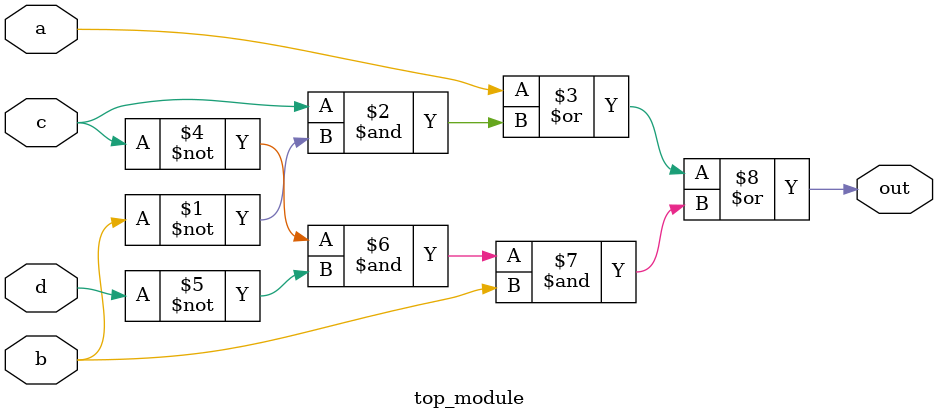
<source format=v>
module top_module(
    input a,
    input b,
    input c,
    input d,
    output out  ); 
    assign out=a|(c&~b)|(~c&~d&b);
endmodule

</source>
